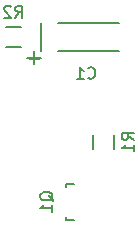
<source format=gbo>
G04 #@! TF.GenerationSoftware,KiCad,Pcbnew,no-vcs-found-0e6723b~58~ubuntu16.10.1*
G04 #@! TF.CreationDate,2017-07-28T21:57:49+01:00*
G04 #@! TF.ProjectId,Discovery SLS controller,446973636F7665727920534C5320636F,rev?*
G04 #@! TF.FileFunction,Legend,Bot*
G04 #@! TF.FilePolarity,Positive*
%FSLAX46Y46*%
G04 Gerber Fmt 4.6, Leading zero omitted, Abs format (unit mm)*
G04 Created by KiCad (PCBNEW no-vcs-found-0e6723b~58~ubuntu16.10.1) date Fri Jul 28 21:57:49 2017*
%MOMM*%
%LPD*%
G01*
G04 APERTURE LIST*
%ADD10C,0.100000*%
%ADD11C,0.150000*%
G04 APERTURE END LIST*
D10*
D11*
X157419040Y-106751120D02*
X162620960Y-106751120D01*
X162620960Y-109148880D02*
X157419040Y-109148880D01*
X155420060Y-110248700D02*
X155420060Y-109148880D01*
X154820620Y-109748320D02*
X156019500Y-109748320D01*
X156024580Y-109148880D02*
X156024580Y-106751120D01*
X158099760Y-123219160D02*
X158099760Y-123170900D01*
X158800800Y-120420180D02*
X158099760Y-120420180D01*
X158099760Y-120420180D02*
X158099760Y-120669100D01*
X158099760Y-123219160D02*
X158099760Y-123419820D01*
X158099760Y-123419820D02*
X158800800Y-123419820D01*
X160415000Y-116240000D02*
X160415000Y-117440000D01*
X162165000Y-117440000D02*
X162165000Y-116240000D01*
X153070000Y-108825000D02*
X154270000Y-108825000D01*
X154270000Y-107075000D02*
X153070000Y-107075000D01*
X159986006Y-111405942D02*
X160033625Y-111453561D01*
X160176482Y-111501180D01*
X160271720Y-111501180D01*
X160414578Y-111453561D01*
X160509816Y-111358323D01*
X160557435Y-111263085D01*
X160605054Y-111072609D01*
X160605054Y-110929752D01*
X160557435Y-110739276D01*
X160509816Y-110644038D01*
X160414578Y-110548800D01*
X160271720Y-110501180D01*
X160176482Y-110501180D01*
X160033625Y-110548800D01*
X159986006Y-110596419D01*
X159033625Y-111501180D02*
X159605054Y-111501180D01*
X159319340Y-111501180D02*
X159319340Y-110501180D01*
X159414578Y-110644038D01*
X159509816Y-110739276D01*
X159605054Y-110786895D01*
X155801012Y-109822288D02*
X155039107Y-109822288D01*
X155420060Y-110203240D02*
X155420060Y-109441336D01*
X157047619Y-121824761D02*
X157000000Y-121729523D01*
X156904761Y-121634285D01*
X156761904Y-121491428D01*
X156714285Y-121396190D01*
X156714285Y-121300952D01*
X156952380Y-121348571D02*
X156904761Y-121253333D01*
X156809523Y-121158095D01*
X156619047Y-121110476D01*
X156285714Y-121110476D01*
X156095238Y-121158095D01*
X156000000Y-121253333D01*
X155952380Y-121348571D01*
X155952380Y-121539047D01*
X156000000Y-121634285D01*
X156095238Y-121729523D01*
X156285714Y-121777142D01*
X156619047Y-121777142D01*
X156809523Y-121729523D01*
X156904761Y-121634285D01*
X156952380Y-121539047D01*
X156952380Y-121348571D01*
X156952380Y-122729523D02*
X156952380Y-122158095D01*
X156952380Y-122443809D02*
X155952380Y-122443809D01*
X156095238Y-122348571D01*
X156190476Y-122253333D01*
X156238095Y-122158095D01*
X163842380Y-116673333D02*
X163366190Y-116340000D01*
X163842380Y-116101904D02*
X162842380Y-116101904D01*
X162842380Y-116482857D01*
X162890000Y-116578095D01*
X162937619Y-116625714D01*
X163032857Y-116673333D01*
X163175714Y-116673333D01*
X163270952Y-116625714D01*
X163318571Y-116578095D01*
X163366190Y-116482857D01*
X163366190Y-116101904D01*
X163842380Y-117625714D02*
X163842380Y-117054285D01*
X163842380Y-117340000D02*
X162842380Y-117340000D01*
X162985238Y-117244761D01*
X163080476Y-117149523D01*
X163128095Y-117054285D01*
X153836666Y-106302380D02*
X154170000Y-105826190D01*
X154408095Y-106302380D02*
X154408095Y-105302380D01*
X154027142Y-105302380D01*
X153931904Y-105350000D01*
X153884285Y-105397619D01*
X153836666Y-105492857D01*
X153836666Y-105635714D01*
X153884285Y-105730952D01*
X153931904Y-105778571D01*
X154027142Y-105826190D01*
X154408095Y-105826190D01*
X153455714Y-105397619D02*
X153408095Y-105350000D01*
X153312857Y-105302380D01*
X153074761Y-105302380D01*
X152979523Y-105350000D01*
X152931904Y-105397619D01*
X152884285Y-105492857D01*
X152884285Y-105588095D01*
X152931904Y-105730952D01*
X153503333Y-106302380D01*
X152884285Y-106302380D01*
M02*

</source>
